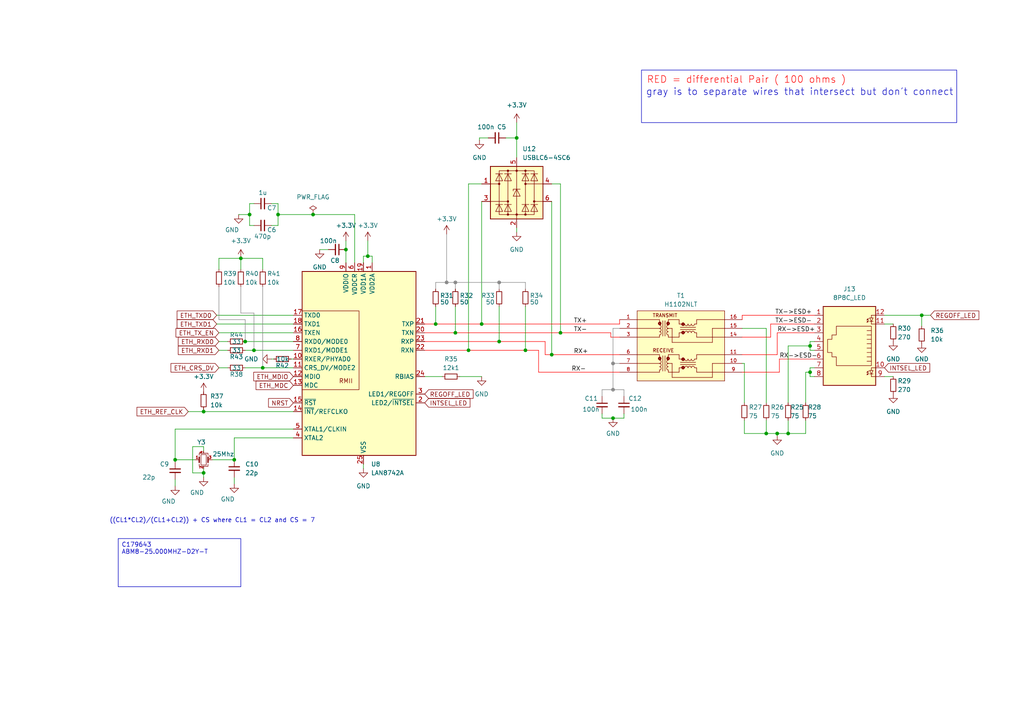
<source format=kicad_sch>
(kicad_sch (version 20230121) (generator eeschema)
  (paper "A4")
  (lib_symbols
    (symbol "Connector:8P8C_LED" (pin_names (offset 1.016))
      (property "Reference" "J" (at -5.08 13.97 0))
      (property "Value" "8P8C_LED" (at 1.27 13.97 0))
      (symbol "8P8C_LED_0_1"
        (polyline (pts (xy -7.62 -7.62) (xy -6.35 -7.62)))
        (polyline (pts (xy -7.62 -5.08) (xy -6.35 -5.08)))
        (polyline (pts (xy -7.62 7.62) (xy -6.35 7.62)))
        (polyline (pts (xy -7.62 10.16) (xy -6.35 10.16)))
        (polyline (pts (xy -6.858 -5.842) (xy -5.842 -5.842)))
        (polyline (pts (xy -6.858 9.398) (xy -5.842 9.398)))
        (polyline (pts (xy -6.35 -7.62) (xy -6.35 -6.858)))
        (polyline (pts (xy -6.35 -5.08) (xy -6.35 -5.842)))
        (polyline (pts (xy -6.35 7.62) (xy -6.35 8.382)))
        (polyline (pts (xy -6.35 10.16) (xy -6.35 9.398)))
        (polyline (pts (xy -5.08 -6.223) (xy -5.207 -6.604)))
        (polyline (pts (xy -5.08 -5.588) (xy -5.207 -5.969)))
        (polyline (pts (xy -5.08 4.445) (xy -6.35 4.445)))
        (polyline (pts (xy -5.08 5.715) (xy -6.35 5.715)))
        (polyline (pts (xy -5.08 9.017) (xy -5.207 8.636)))
        (polyline (pts (xy -5.08 9.652) (xy -5.207 9.271)))
        (polyline (pts (xy -6.35 -3.175) (xy -5.08 -3.175) (xy -5.08 -3.175)))
        (polyline (pts (xy -6.35 -1.905) (xy -5.08 -1.905) (xy -5.08 -1.905)))
        (polyline (pts (xy -6.35 -0.635) (xy -5.08 -0.635) (xy -5.08 -0.635)))
        (polyline (pts (xy -6.35 0.635) (xy -5.08 0.635) (xy -5.08 0.635)))
        (polyline (pts (xy -6.35 1.905) (xy -5.08 1.905) (xy -5.08 1.905)))
        (polyline (pts (xy -5.588 -6.731) (xy -5.08 -6.223) (xy -5.461 -6.35)))
        (polyline (pts (xy -5.588 -6.096) (xy -5.08 -5.588) (xy -5.461 -5.715)))
        (polyline (pts (xy -5.588 8.509) (xy -5.08 9.017) (xy -5.461 8.89)))
        (polyline (pts (xy -5.588 9.144) (xy -5.08 9.652) (xy -5.461 9.525)))
        (polyline (pts (xy -5.08 3.175) (xy -6.35 3.175) (xy -6.35 3.175)))
        (polyline (pts (xy -6.35 -5.842) (xy -6.858 -6.858) (xy -5.842 -6.858) (xy -6.35 -5.842)))
        (polyline (pts (xy -6.35 9.398) (xy -6.858 8.382) (xy -5.842 8.382) (xy -6.35 9.398)))
        (polyline (pts (xy -6.35 -4.445) (xy -6.35 6.985) (xy 3.81 6.985) (xy 3.81 4.445) (xy 5.08 4.445) (xy 5.08 3.175) (xy 6.35 3.175) (xy 6.35 -0.635) (xy 5.08 -0.635) (xy 5.08 -1.905) (xy 3.81 -1.905) (xy 3.81 -4.445) (xy -6.35 -4.445) (xy -6.35 -4.445)))
        (rectangle (start 7.62 12.7) (end -7.62 -10.16) (stroke (width 0.254)) (fill (type background)))
      )
      (symbol "8P8C_LED_1_1"
        (pin passive line (at 10.16 -7.62 180) (length 2.54) (name "~") (number "1"))
        (pin passive line (at -10.16 7.62 0) (length 2.54) (name "~") (number "10"))
        (pin passive line (at -10.16 -5.08 0) (length 2.54) (name "~") (number "11"))
        (pin passive line (at -10.16 -7.62 0) (length 2.54) (name "~") (number "12"))
        (pin passive line (at 10.16 -5.08 180) (length 2.54) (name "~") (number "2"))
        (pin passive line (at 10.16 -2.54 180) (length 2.54) (name "~") (number "3"))
        (pin passive line (at 10.16 0 180) (length 2.54) (name "~") (number "4"))
        (pin passive line (at 10.16 2.54 180) (length 2.54) (name "~") (number "5"))
        (pin passive line (at 10.16 5.08 180) (length 2.54) (name "~") (number "6"))
        (pin passive line (at 10.16 7.62 180) (length 2.54) (name "~") (number "7"))
        (pin passive line (at 10.16 10.16 180) (length 2.54) (name "~") (number "8"))
        (pin passive line (at -10.16 10.16 0) (length 2.54) (name "~") (number "9"))
      )
    )
    (symbol "Device:C_Small" (pin_numbers hide) (pin_names (offset 0.254) hide)
      (property "Reference" "C" (at 0.254 1.778 0))
      (property "Value" "C_Small" (at 0.254 -2.032 0))
      (symbol "C_Small_0_1"
        (polyline (pts (xy -1.524 -0.508) (xy 1.524 -0.508)) (stroke (width 0.3302)))
        (polyline (pts (xy -1.524 0.508) (xy 1.524 0.508)) (stroke (width 0.3048)))
      )
      (symbol "C_Small_1_1"
        (pin passive line (at 0 2.54 270) (length 2.032) (name "~") (number "1"))
        (pin passive line (at 0 -2.54 90) (length 2.032) (name "~") (number "2"))
      )
    )
    (symbol "Device:Crystal_GND24_Small" (pin_names (offset 1.016) hide)
      (property "Reference" "Y" (at 1.27 4.445 0))
      (property "Value" "Crystal_GND24_Small" (at 1.27 2.54 0))
      (symbol "Crystal_GND24_Small_0_1"
        (rectangle (start -0.762 -1.524) (end 0.762 1.524))
        (polyline (pts (xy -1.27 -0.762) (xy -1.27 0.762)) (stroke (width 0.381)))
        (polyline (pts (xy 1.27 -0.762) (xy 1.27 0.762)) (stroke (width 0.381)))
        (polyline (pts (xy -1.27 -1.27) (xy -1.27 -1.905) (xy 1.27 -1.905) (xy 1.27 -1.27)))
        (polyline (pts (xy -1.27 1.27) (xy -1.27 1.905) (xy 1.27 1.905) (xy 1.27 1.27)))
      )
      (symbol "Crystal_GND24_Small_1_1"
        (pin passive line (at -2.54 0 0) (length 1.27) (name "1") (number "1"))
        (pin passive line (at 0 -2.54 90) (length 0.635) (name "2") (number "2"))
        (pin passive line (at 2.54 0 180) (length 1.27) (name "3") (number "3"))
        (pin passive line (at 0 2.54 270) (length 0.635) (name "4") (number "4"))
      )
    )
    (symbol "Device:R_Small" (pin_numbers hide) (pin_names (offset 0.254) hide)
      (property "Reference" "R" (at 0.762 0.508 0))
      (property "Value" "R_Small" (at 0.762 -1.016 0))
      (symbol "R_Small_0_1"
        (rectangle (start -0.762 1.778) (end 0.762 -1.778) (stroke (width 0.2032)))
      )
      (symbol "R_Small_1_1"
        (pin passive line (at 0 2.54 270) (length 0.762) (name "~") (number "1"))
        (pin passive line (at 0 -2.54 90) (length 0.762) (name "~") (number "2"))
      )
    )
    (symbol "H1102NLT:H1102NLT" (pin_names (offset 1.016))
      (property "Reference" "T" (at -12.7096 10.4854 0))
      (property "Value" "H1102NLT" (at -12.8763 -12.2404 0))
      (symbol "H1102NLT_0_0"
        (rectangle (start -12.7 -10.16) (end 12.7 10.16) (stroke (width 0.1524)) (fill (type background)))
        (arc (start -6.1913 -6.985) (mid -5.7171 -6.5088) (end -6.1913 -6.0325) (stroke (width 0.1524)))
        (arc (start -6.1913 -6.0325) (mid -5.7171 -5.5563) (end -6.1913 -5.08) (stroke (width 0.1524)))
        (arc (start -6.1913 -5.08) (mid -5.7171 -4.6038) (end -6.1913 -4.1275) (stroke (width 0.1524)))
        (arc (start -6.1913 -4.1275) (mid -5.7171 -3.6513) (end -6.1913 -3.175) (stroke (width 0.1524)))
        (circle (center -6.1913 -3.6513) (radius 0.0762) (stroke (width 0.381)))
        (arc (start -6.1913 3.175) (mid -5.7171 3.6512) (end -6.1913 4.1275) (stroke (width 0.1524)))
        (arc (start -6.1913 4.1275) (mid -5.7171 4.6037) (end -6.1913 5.08) (stroke (width 0.1524)))
        (arc (start -6.1913 5.08) (mid -5.7171 5.5562) (end -6.1913 6.0325) (stroke (width 0.1524)))
        (arc (start -6.1913 6.0325) (mid -5.7171 6.5087) (end -6.1913 6.985) (stroke (width 0.1524)))
        (circle (center -6.1913 6.5088) (radius 0.0762) (stroke (width 0.381)))
        (arc (start -3.6513 -6.0325) (mid -4.1255 -6.5087) (end -3.6513 -6.985) (stroke (width 0.1524)))
        (arc (start -3.6513 -5.08) (mid -4.1255 -5.5562) (end -3.6513 -6.0325) (stroke (width 0.1524)))
        (arc (start -3.6513 -4.1275) (mid -4.1255 -4.6037) (end -3.6513 -5.08) (stroke (width 0.1524)))
        (circle (center -3.6513 -3.6513) (radius 0.0762) (stroke (width 0.381)))
        (arc (start -3.6513 -3.175) (mid -4.1255 -3.6512) (end -3.6513 -4.1275) (stroke (width 0.1524)))
        (arc (start -3.6513 4.1275) (mid -4.1255 3.6513) (end -3.6513 3.175) (stroke (width 0.1524)))
        (arc (start -3.6513 5.08) (mid -4.1255 4.6038) (end -3.6513 4.1275) (stroke (width 0.1524)))
        (arc (start -3.6513 6.0325) (mid -4.1255 5.5563) (end -3.6513 5.08) (stroke (width 0.1524)))
        (circle (center -3.6513 6.5088) (radius 0.0762) (stroke (width 0.381)))
        (arc (start -3.6513 6.985) (mid -4.1255 6.5088) (end -3.6513 6.0325) (stroke (width 0.1524)))
        (polyline (pts (xy -12.6365 -7.62) (xy -6.1913 -7.62)) (stroke (width 0.1524)))
        (polyline (pts (xy -12.6365 -5.08) (xy -6.1913 -5.08)) (stroke (width 0.1524)))
        (polyline (pts (xy -12.6365 -2.54) (xy -6.1913 -2.54)) (stroke (width 0.1524)))
        (polyline (pts (xy -12.6365 2.54) (xy -6.1913 2.54)) (stroke (width 0.1524)))
        (polyline (pts (xy -12.6365 5.08) (xy -6.1913 5.08)) (stroke (width 0.1524)))
        (polyline (pts (xy -12.6365 7.62) (xy -6.1913 7.62)) (stroke (width 0.1524)))
        (polyline (pts (xy -6.1913 -7.62) (xy -6.1913 -6.985)) (stroke (width 0.1524)))
        (polyline (pts (xy -6.1913 -2.54) (xy -6.1913 -3.175)) (stroke (width 0.1524)))
        (polyline (pts (xy -6.1913 2.54) (xy -6.1913 3.175)) (stroke (width 0.1524)))
        (polyline (pts (xy -6.1913 7.62) (xy -6.1913 6.985)) (stroke (width 0.1524)))
        (polyline (pts (xy -5.2387 -2.8575) (xy -5.2387 -7.3025)) (stroke (width 0.1524)))
        (polyline (pts (xy -5.2387 7.3025) (xy -5.2387 2.8575)) (stroke (width 0.1524)))
        (polyline (pts (xy -4.6038 -2.8575) (xy -4.6038 -7.3025)) (stroke (width 0.1524)))
        (polyline (pts (xy -4.6038 7.3025) (xy -4.6038 2.8575)) (stroke (width 0.1524)))
        (polyline (pts (xy -3.81 -5.08) (xy -2.54 -5.08)) (stroke (width 0.1524)))
        (polyline (pts (xy -3.81 5.08) (xy -2.54 5.08)) (stroke (width 0.1524)))
        (polyline (pts (xy -3.6513 -7.62) (xy -3.6513 -6.985)) (stroke (width 0.1524)))
        (polyline (pts (xy -3.6513 -2.54) (xy -3.6513 -3.175)) (stroke (width 0.1524)))
        (polyline (pts (xy -3.6513 2.54) (xy -3.6513 3.175)) (stroke (width 0.1524)))
        (polyline (pts (xy -3.6513 7.62) (xy -3.6513 6.985)) (stroke (width 0.1524)))
        (polyline (pts (xy -2.54 -9.144) (xy 9.144 -9.144)) (stroke (width 0.1524)))
        (polyline (pts (xy -2.54 -5.08) (xy -2.54 -9.144)) (stroke (width 0.1524)))
        (polyline (pts (xy -2.54 1.016) (xy 9.144 1.016)) (stroke (width 0.1524)))
        (polyline (pts (xy -2.54 5.08) (xy -2.54 1.016)) (stroke (width 0.1524)))
        (polyline (pts (xy -0.508 -7.62) (xy -3.6513 -7.62)) (stroke (width 0.1524)))
        (polyline (pts (xy -0.508 -6.35) (xy -0.508 -7.62)) (stroke (width 0.1524)))
        (polyline (pts (xy -0.508 -6.35) (xy 0.1588 -6.35)) (stroke (width 0.1524)))
        (polyline (pts (xy -0.508 -3.81) (xy -0.508 -2.54)) (stroke (width 0.1524)))
        (polyline (pts (xy -0.508 -2.54) (xy -3.6513 -2.54)) (stroke (width 0.1524)))
        (polyline (pts (xy -0.508 2.54) (xy -3.6513 2.54)) (stroke (width 0.1524)))
        (polyline (pts (xy -0.508 3.81) (xy -0.508 2.54)) (stroke (width 0.1524)))
        (polyline (pts (xy -0.508 3.81) (xy 0.1588 3.81)) (stroke (width 0.1524)))
        (polyline (pts (xy -0.508 6.35) (xy -0.508 7.62)) (stroke (width 0.1524)))
        (polyline (pts (xy -0.508 7.62) (xy -3.6513 7.62)) (stroke (width 0.1524)))
        (polyline (pts (xy -0.1588 -5.3975) (xy 4.2863 -5.3975)) (stroke (width 0.1524)))
        (polyline (pts (xy -0.1588 -4.7625) (xy 4.2863 -4.7625)) (stroke (width 0.1524)))
        (polyline (pts (xy -0.1588 4.7625) (xy 4.2863 4.7625)) (stroke (width 0.1524)))
        (polyline (pts (xy -0.1588 5.3975) (xy 4.2863 5.3975)) (stroke (width 0.1524)))
        (polyline (pts (xy 0.1588 -3.81) (xy -0.508 -3.81)) (stroke (width 0.1524)))
        (polyline (pts (xy 0.1588 6.35) (xy -0.508 6.35)) (stroke (width 0.1524)))
        (polyline (pts (xy 4.572 -7.62) (xy 4.572 -6.35)) (stroke (width 0.1524)))
        (polyline (pts (xy 4.572 -6.35) (xy 3.9688 -6.35)) (stroke (width 0.1524)))
        (polyline (pts (xy 4.572 -3.81) (xy 3.9688 -3.81)) (stroke (width 0.1524)))
        (polyline (pts (xy 4.572 -3.81) (xy 4.572 -2.54)) (stroke (width 0.1524)))
        (polyline (pts (xy 4.572 2.54) (xy 4.572 3.81)) (stroke (width 0.1524)))
        (polyline (pts (xy 4.572 3.81) (xy 3.9688 3.81)) (stroke (width 0.1524)))
        (polyline (pts (xy 4.572 6.35) (xy 3.9688 6.35)) (stroke (width 0.1524)))
        (polyline (pts (xy 4.572 6.35) (xy 4.572 7.62)) (stroke (width 0.1524)))
        (polyline (pts (xy 9.144 -9.144) (xy 9.144 -5.08)) (stroke (width 0.1524)))
        (polyline (pts (xy 9.144 -5.08) (xy 12.7 -5.08)) (stroke (width 0.1524)))
        (polyline (pts (xy 9.144 1.016) (xy 9.144 5.08)) (stroke (width 0.1524)))
        (polyline (pts (xy 9.144 5.08) (xy 12.7 5.08)) (stroke (width 0.1524)))
        (polyline (pts (xy 12.7 -7.62) (xy 4.572 -7.62)) (stroke (width 0.1524)))
        (polyline (pts (xy 12.7 -2.54) (xy 4.572 -2.54)) (stroke (width 0.1524)))
        (polyline (pts (xy 12.7 2.54) (xy 4.572 2.54)) (stroke (width 0.1524)))
        (polyline (pts (xy 12.7 7.62) (xy 4.572 7.62)) (stroke (width 0.1524)))
        (arc (start 0.1588 -3.81) (mid 0.635 -4.2842) (end 1.1113 -3.81) (stroke (width 0.1524)))
        (arc (start 0.1588 6.35) (mid 0.635 5.8758) (end 1.1113 6.35) (stroke (width 0.1524)))
        (circle (center 0.635 -6.35) (radius 0.0762) (stroke (width 0.381)))
        (circle (center 0.635 -3.81) (radius 0.0762) (stroke (width 0.381)))
        (circle (center 0.635 3.81) (radius 0.0762) (stroke (width 0.381)))
        (circle (center 0.635 6.35) (radius 0.0762) (stroke (width 0.381)))
        (arc (start 1.1113 -6.35) (mid 0.6351 -5.8758) (end 0.1588 -6.35) (stroke (width 0.1524)))
        (arc (start 1.1113 -3.81) (mid 1.5875 -4.2842) (end 2.0638 -3.81) (stroke (width 0.1524)))
        (arc (start 1.1113 3.81) (mid 0.6351 4.2842) (end 0.1588 3.81) (stroke (width 0.1524)))
        (arc (start 1.1113 6.35) (mid 1.5875 5.8758) (end 2.0638 6.35) (stroke (width 0.1524)))
        (arc (start 2.0638 -6.35) (mid 1.5876 -5.8758) (end 1.1113 -6.35) (stroke (width 0.1524)))
        (arc (start 2.0638 -3.81) (mid 2.54 -4.2842) (end 3.0163 -3.81) (stroke (width 0.1524)))
        (arc (start 2.0638 3.81) (mid 1.5876 4.2842) (end 1.1113 3.81) (stroke (width 0.1524)))
        (arc (start 2.0638 6.35) (mid 2.54 5.8758) (end 3.0163 6.35) (stroke (width 0.1524)))
        (arc (start 3.0163 -6.35) (mid 2.5401 -5.8758) (end 2.0638 -6.35) (stroke (width 0.1524)))
        (arc (start 3.0163 -3.81) (mid 3.4925 -4.2842) (end 3.9688 -3.81) (stroke (width 0.1524)))
        (arc (start 3.0163 3.81) (mid 2.5401 4.2842) (end 2.0638 3.81) (stroke (width 0.1524)))
        (arc (start 3.0163 6.35) (mid 3.4925 5.8758) (end 3.9688 6.35) (stroke (width 0.1524)))
        (arc (start 3.9688 -6.35) (mid 3.4926 -5.8758) (end 3.0163 -6.35) (stroke (width 0.1524)))
        (arc (start 3.9688 3.81) (mid 3.4926 4.2842) (end 3.0163 3.81) (stroke (width 0.1524)))
        (text "RECEIVE" (at -8.2696 -1.9084 0) (effects (font (size 1.0178 1.0178)) (justify left bottom)))
        (text "TRANSMIT" (at -8.2613 8.2613 0) (effects (font (size 1.0168 1.0168)) (justify left bottom)))
        (pin passive line (at -17.78 7.62 0) (length 5.08) (name "~") (number "1"))
        (pin passive line (at 17.78 -5.08 180) (length 5.08) (name "~") (number "10"))
        (pin passive line (at 17.78 -2.54 180) (length 5.08) (name "~") (number "11"))
        (pin passive line (at 17.78 2.54 180) (length 5.08) (name "~") (number "14"))
        (pin passive line (at 17.78 5.08 180) (length 5.08) (name "~") (number "15"))
        (pin passive line (at 17.78 7.62 180) (length 5.08) (name "~") (number "16"))
        (pin passive line (at -17.78 5.08 0) (length 5.08) (name "~") (number "2"))
        (pin passive line (at -17.78 2.54 0) (length 5.08) (name "~") (number "3"))
        (pin passive line (at -17.78 -2.54 0) (length 5.08) (name "~") (number "6"))
        (pin passive line (at -17.78 -5.08 0) (length 5.08) (name "~") (number "7"))
        (pin passive line (at -17.78 -7.62 0) (length 5.08) (name "~") (number "8"))
        (pin passive line (at 17.78 -7.62 180) (length 5.08) (name "~") (number "9"))
      )
    )
    (symbol "Interface_Ethernet:LAN8742A"
      (property "Reference" "U" (at -13.97 29.21 0))
      (property "Value" "LAN8742A" (at 15.24 29.21 0))
      (symbol "LAN8742A_0_0"
        (text "RMII" (at -5.08 -3.81 0) (effects (font (size 1.27 1.27))))
      )
      (symbol "LAN8742A_0_1"
        (rectangle (start -17.78 27.94) (end 15.24 -25.4) (stroke (width 0.254)) (fill (type background)))
        (polyline (pts (xy -17.78 -6.35) (xy -1.27 -6.35) (xy -1.27 16.51) (xy -17.78 16.51)))
      )
      (symbol "LAN8742A_1_1"
        (pin power_in line (at 2.54 30.48 270) (length 2.54) (name "VDD2A") (number "1"))
        (pin output line (at -20.32 2.54 0) (length 2.54) (name "RXER/PHYAD0") (number "10"))
        (pin bidirectional line (at -20.32 0 0) (length 2.54) (name "CRS_DV/MODE2") (number "11"))
        (pin bidirectional line (at -20.32 -2.54 0) (length 2.54) (name "MDIO") (number "12"))
        (pin input line (at -20.32 -5.08 0) (length 2.54) (name "MDC") (number "13"))
        (pin output line (at -20.32 -12.7 0) (length 2.54) (name "~{INT}/REFCLKO") (number "14"))
        (pin input line (at -20.32 -10.16 0) (length 2.54) (name "~{RST}") (number "15"))
        (pin input line (at -20.32 10.16 0) (length 2.54) (name "TXEN") (number "16"))
        (pin input line (at -20.32 15.24 0) (length 2.54) (name "TXD0") (number "17"))
        (pin input line (at -20.32 12.7 0) (length 2.54) (name "TXD1") (number "18"))
        (pin power_in line (at 0 30.48 270) (length 2.54) (name "VDD1A") (number "19"))
        (pin bidirectional line (at 17.78 -10.16 180) (length 2.54) (name "LED2/~{INTSEL}") (number "2"))
        (pin passive line (at 17.78 10.16 180) (length 2.54) (name "TXN") (number "20"))
        (pin passive line (at 17.78 12.7 180) (length 2.54) (name "TXP") (number "21"))
        (pin passive line (at 17.78 5.08 180) (length 2.54) (name "RXN") (number "22"))
        (pin passive line (at 17.78 7.62 180) (length 2.54) (name "RXP") (number "23"))
        (pin passive line (at 17.78 -2.54 180) (length 2.54) (name "RBIAS") (number "24"))
        (pin power_in line (at 0 -27.94 90) (length 2.54) (name "VSS") (number "25"))
        (pin bidirectional line (at 17.78 -7.62 180) (length 2.54) (name "LED1/REGOFF") (number "3"))
        (pin output line (at -20.32 -20.32 0) (length 2.54) (name "XTAL2") (number "4"))
        (pin input line (at -20.32 -17.78 0) (length 2.54) (name "XTAL1/CLKIN") (number "5"))
        (pin power_in line (at -2.54 30.48 270) (length 2.54) (name "VDDCR") (number "6"))
        (pin bidirectional line (at -20.32 5.08 0) (length 2.54) (name "RXD1/MODE1") (number "7"))
        (pin bidirectional line (at -20.32 7.62 0) (length 2.54) (name "RXD0/MODE0") (number "8"))
        (pin power_in line (at -5.08 30.48 270) (length 2.54) (name "VDDIO") (number "9"))
      )
    )
    (symbol "Power_Protection:USBLC6-4SC6" (pin_names hide)
      (property "Reference" "U" (at 2.54 8.89 0))
      (property "Value" "USBLC6-4SC6" (at 2.54 -8.89 0))
      (symbol "USBLC6-4SC6_0_1"
        (rectangle (start -7.62 -7.62) (end 7.62 7.62) (stroke (width 0.254)) (fill (type background)))
        (circle (center -5.08 2.54) (radius 0.254) (fill (type outline)))
        (circle (center -2.54 -6.35) (radius 0.254) (fill (type outline)))
        (circle (center -2.54 -2.54) (radius 0.254) (fill (type outline)))
        (circle (center -2.54 6.35) (radius 0.254) (fill (type outline)))
        (rectangle (start -2.54 6.35) (end 2.54 -6.35))
        (circle (center 0 -6.35) (radius 0.254) (fill (type outline)))
        (polyline (pts (xy -5.08 2.54) (xy -7.62 2.54)))
        (polyline (pts (xy -4.064 -3.429) (xy -6.096 -3.429)))
        (polyline (pts (xy -4.064 5.461) (xy -6.096 5.461)))
        (polyline (pts (xy -2.54 -2.54) (xy -7.62 -2.54)))
        (polyline (pts (xy -1.524 -3.429) (xy -3.556 -3.429)))
        (polyline (pts (xy -1.524 5.461) (xy -3.556 5.461)))
        (polyline (pts (xy 0 -7.62) (xy 0 -6.35)))
        (polyline (pts (xy 0 -6.35) (xy 0 1.27)))
        (polyline (pts (xy 0 1.27) (xy 0 6.35)))
        (polyline (pts (xy 0 6.35) (xy 0 7.62)))
        (polyline (pts (xy 1.524 -3.429) (xy 3.556 -3.429)))
        (polyline (pts (xy 1.524 5.461) (xy 3.556 5.461)))
        (polyline (pts (xy 2.54 2.54) (xy 7.62 2.54)))
        (polyline (pts (xy 4.064 -3.429) (xy 6.096 -3.429)))
        (polyline (pts (xy 4.064 5.461) (xy 6.096 5.461)))
        (polyline (pts (xy 5.08 -2.54) (xy 7.62 -2.54)))
        (polyline (pts (xy -6.096 -5.461) (xy -4.064 -5.461) (xy -5.08 -3.429) (xy -6.096 -5.461)))
        (polyline (pts (xy -6.096 3.429) (xy -4.064 3.429) (xy -5.08 5.461) (xy -6.096 3.429)))
        (polyline (pts (xy -3.556 -5.461) (xy -1.524 -5.461) (xy -2.54 -3.429) (xy -3.556 -5.461)))
        (polyline (pts (xy -3.556 3.429) (xy -1.524 3.429) (xy -2.54 5.461) (xy -3.556 3.429)))
        (polyline (pts (xy -2.54 6.35) (xy -5.08 6.35) (xy -5.08 -6.35) (xy -2.54 -6.35)))
        (polyline (pts (xy -1.016 -1.016) (xy 1.016 -1.016) (xy 0 1.016) (xy -1.016 -1.016)))
        (polyline (pts (xy 1.016 1.016) (xy 0.762 1.016) (xy -1.016 1.016) (xy -1.016 0.508)))
        (polyline (pts (xy 2.54 6.35) (xy 5.08 6.35) (xy 5.08 -6.35) (xy 2.54 -6.35)))
        (polyline (pts (xy 3.556 -5.461) (xy 1.524 -5.461) (xy 2.54 -3.429) (xy 3.556 -5.461)))
        (polyline (pts (xy 3.556 3.429) (xy 1.524 3.429) (xy 2.54 5.461) (xy 3.556 3.429)))
        (polyline (pts (xy 6.096 -5.461) (xy 4.064 -5.461) (xy 5.08 -3.429) (xy 6.096 -5.461)))
        (polyline (pts (xy 6.096 3.429) (xy 4.064 3.429) (xy 5.08 5.461) (xy 6.096 3.429)))
        (circle (center 0 6.35) (radius 0.254) (fill (type outline)))
        (circle (center 2.54 -6.35) (radius 0.254) (fill (type outline)))
        (circle (center 2.54 2.54) (radius 0.254) (fill (type outline)))
        (circle (center 2.54 6.35) (radius 0.254) (fill (type outline)))
        (circle (center 5.08 -2.54) (radius 0.254) (fill (type outline)))
      )
      (symbol "USBLC6-4SC6_1_1"
        (pin passive line (at -10.16 2.54 0) (length 2.54) (name "I/O1") (number "1"))
        (pin passive line (at 0 -10.16 90) (length 2.54) (name "GND") (number "2"))
        (pin passive line (at -10.16 -2.54 0) (length 2.54) (name "I/O2") (number "3"))
        (pin passive line (at 10.16 2.54 180) (length 2.54) (name "I/O3") (number "4"))
        (pin passive line (at 0 10.16 270) (length 2.54) (name "VBUS") (number "5"))
        (pin passive line (at 10.16 -2.54 180) (length 2.54) (name "I/O4") (number "6"))
      )
    )
    (symbol "power:+3.3V" (power) (pin_names (offset 0))
      (property "Value" "+3.3V" (at 0 3.556 0))
      (symbol "+3.3V_0_1"
        (polyline (pts (xy -0.762 1.27) (xy 0 2.54)))
        (polyline (pts (xy 0 0) (xy 0 2.54)))
        (polyline (pts (xy 0 2.54) (xy 0.762 1.27)))
      )
      (symbol "+3.3V_1_1"
        (pin power_in line (at 0 0 90) (length 0) hide (name "+3.3V") (number "1"))
      )
    )
    (symbol "power:GND" (power) (pin_names (offset 0))
      (property "Value" "GND" (at 0 -3.81 0))
      (symbol "GND_0_1"
        (polyline (pts (xy 0 0) (xy 0 -1.27) (xy 1.27 -1.27) (xy 0 -2.54) (xy -1.27 -1.27) (xy 0 -1.27)))
      )
      (symbol "GND_1_1"
        (pin power_in line (at 0 0 270) (length 0) hide (name "GND") (number "1"))
      )
    )
    (symbol "power:PWR_FLAG" (power) (pin_numbers hide) (pin_names (offset 0) hide)
      (property "Value" "PWR_FLAG" (at 0 3.81 0))
      (symbol "PWR_FLAG_0_0"
        (pin power_out line (at 0 0 90) (length 0) (name "pwr") (number "1"))
      )
      (symbol "PWR_FLAG_0_1"
        (polyline (pts (xy 0 0) (xy 0 1.27) (xy -1.016 1.905) (xy 0 2.54) (xy 1.016 1.905) (xy 0 1.27)))
      )
    )
  )
  (junction (at 177.8 121.285))
  (junction (at 106.68 74.295))
  (junction (at 90.805 62.23))
  (junction (at 139.7 93.98))
  (junction (at 267.335 91.44))
  (junction (at 234.95 100.33))
  (junction (at 129.54 81.915) (color 132 132 132 1))
  (junction (at 144.78 81.915) (color 132 132 132 1))
  (junction (at 59.055 119.38))
  (junction (at 80.645 62.23))
  (junction (at 126.365 93.98))
  (junction (at 71.12 99.06))
  (junction (at 225.425 125.73))
  (junction (at 144.78 99.06))
  (junction (at 100.33 72.39))
  (junction (at 69.85 74.93))
  (junction (at 59.055 137.16))
  (junction (at 132.08 96.52))
  (junction (at 177.8 113.03) (color 132 132 132 1))
  (junction (at 228.6 125.73))
  (junction (at 72.39 62.23))
  (junction (at 162.56 96.52))
  (junction (at 149.86 40.005))
  (junction (at 50.8 133.35))
  (junction (at 234.95 107.95))
  (junction (at 135.89 101.6))
  (junction (at 222.25 125.73))
  (junction (at 76.2 106.68))
  (junction (at 152.4 101.6))
  (junction (at 73.66 101.6))
  (junction (at 160.02 102.87))
  (junction (at 177.8 105.41) (color 132 132 132 1))
  (junction (at 67.945 133.35))
  (junction (at 132.08 81.915) (color 132 132 132 1))
  (wire (pts (xy 61.595 133.35) (xy 67.945 133.35)))
  (wire (pts (xy 156.21 101.6) (xy 152.4 101.6)) (stroke (width 0) (color 255 0 0 1)))
  (wire (pts (xy 50.8 133.35) (xy 50.8 124.46)))
  (wire (pts (xy 132.08 81.915) (xy 129.54 81.915)) (stroke (width 0) (color 132 132 132 1)))
  (wire (pts (xy 129.54 81.915) (xy 126.365 81.915)) (stroke (width 0) (color 132 132 132 1)))
  (wire (pts (xy 66.04 99.06) (xy 63.5 99.06)))
  (wire (pts (xy 158.115 102.87) (xy 158.115 99.06)) (stroke (width 0) (color 255 0 0 1)))
  (wire (pts (xy 179.705 95.25) (xy 177.8 95.25)) (stroke (width 0) (color 132 132 132 1)))
  (wire (pts (xy 123.19 96.52) (xy 132.08 96.52)) (stroke (width 0) (color 255 0 0 1)))
  (wire (pts (xy 71.12 99.06) (xy 85.09 99.06)))
  (wire (pts (xy 215.265 95.25) (xy 222.25 95.25)))
  (wire (pts (xy 63.5 78.105) (xy 63.5 74.93)))
  (wire (pts (xy 90.805 62.23) (xy 102.87 62.23)))
  (wire (pts (xy 55.88 129.54) (xy 55.88 137.16)))
  (wire (pts (xy 139.7 53.34) (xy 135.89 53.34)))
  (wire (pts (xy 59.055 118.745) (xy 59.055 119.38)))
  (wire (pts (xy 226.06 104.14) (xy 226.06 107.95)) (stroke (width 0) (color 255 0 0 1)))
  (wire (pts (xy 236.22 106.68) (xy 234.95 106.68)))
  (wire (pts (xy 215.9 121.92) (xy 215.9 125.73)))
  (wire (pts (xy 152.4 83.82) (xy 152.4 81.915)) (stroke (width 0) (color 132 132 132 1)))
  (wire (pts (xy 126.365 93.98) (xy 139.7 93.98)) (stroke (width 0) (color 255 0 0 1)))
  (wire (pts (xy 226.06 104.14) (xy 236.22 104.14)) (stroke (width 0) (color 255 0 0 1)))
  (wire (pts (xy 223.52 97.79) (xy 215.265 97.79)) (stroke (width 0) (color 255 0 0 1)))
  (wire (pts (xy 71.12 106.68) (xy 76.2 106.68)))
  (wire (pts (xy 177.8 95.25) (xy 177.8 105.41)) (stroke (width 0) (color 132 132 132 1)))
  (wire (pts (xy 233.68 107.95) (xy 233.68 116.84)))
  (wire (pts (xy 152.4 101.6) (xy 135.89 101.6)) (stroke (width 0) (color 255 0 0 1)))
  (wire (pts (xy 139.7 109.22) (xy 133.35 109.22)))
  (wire (pts (xy 63.5 96.52) (xy 85.09 96.52)))
  (wire (pts (xy 256.54 91.44) (xy 267.335 91.44)))
  (wire (pts (xy 139.065 40.005) (xy 139.065 40.64)))
  (wire (pts (xy 59.055 130.81) (xy 59.055 129.54)))
  (wire (pts (xy 225.425 102.87) (xy 215.265 102.87)) (stroke (width 0) (color 255 0 0 1)))
  (wire (pts (xy 73.66 65.405) (xy 72.39 65.405)))
  (wire (pts (xy 225.425 96.52) (xy 225.425 102.87)) (stroke (width 0) (color 255 0 0 1)))
  (wire (pts (xy 179.705 97.79) (xy 177.165 97.79)) (stroke (width 0) (color 255 0 0 1)))
  (wire (pts (xy 106.68 74.295) (xy 107.95 74.295)))
  (wire (pts (xy 174.625 120.015) (xy 174.625 121.285)))
  (wire (pts (xy 158.115 102.87) (xy 160.02 102.87)) (stroke (width 0) (color 255 0 0 1)))
  (wire (pts (xy 141.605 40.005) (xy 139.065 40.005)))
  (wire (pts (xy 146.685 40.005) (xy 149.86 40.005)))
  (wire (pts (xy 180.975 121.285) (xy 180.975 120.015)))
  (wire (pts (xy 215.9 105.41) (xy 215.265 105.41)))
  (wire (pts (xy 78.74 59.055) (xy 80.645 59.055)))
  (wire (pts (xy 180.975 113.03) (xy 180.975 114.935)) (stroke (width 0) (color 132 132 132 1)))
  (wire (pts (xy 73.66 59.055) (xy 72.39 59.055)))
  (wire (pts (xy 62.865 93.98) (xy 85.09 93.98)))
  (wire (pts (xy 80.645 62.23) (xy 80.645 65.405)))
  (wire (pts (xy 72.39 62.23) (xy 72.39 65.405)))
  (wire (pts (xy 225.425 125.73) (xy 228.6 125.73)))
  (wire (pts (xy 105.41 76.2) (xy 105.41 74.295)))
  (wire (pts (xy 215.9 116.84) (xy 215.9 105.41)))
  (wire (pts (xy 236.22 99.06) (xy 234.95 99.06)))
  (wire (pts (xy 80.645 59.055) (xy 80.645 62.23)))
  (wire (pts (xy 234.95 106.68) (xy 234.95 107.95)))
  (wire (pts (xy 54.61 119.38) (xy 59.055 119.38)))
  (wire (pts (xy 62.865 91.44) (xy 85.09 91.44)))
  (wire (pts (xy 234.95 107.95) (xy 233.68 107.95)))
  (wire (pts (xy 126.365 88.9) (xy 126.365 93.98)))
  (wire (pts (xy 123.19 93.98) (xy 126.365 93.98)) (stroke (width 0) (color 255 0 0 1)))
  (wire (pts (xy 63.5 101.6) (xy 66.04 101.6)))
  (wire (pts (xy 177.8 105.41) (xy 177.8 113.03)) (stroke (width 0) (color 132 132 132 1)))
  (wire (pts (xy 106.68 69.85) (xy 106.68 74.295)))
  (wire (pts (xy 59.055 129.54) (xy 55.88 129.54)))
  (wire (pts (xy 76.2 74.93) (xy 69.85 74.93)))
  (wire (pts (xy 55.88 137.16) (xy 59.055 137.16)))
  (wire (pts (xy 67.945 127) (xy 85.09 127)))
  (wire (pts (xy 233.68 125.73) (xy 233.68 121.92)))
  (wire (pts (xy 256.54 93.98) (xy 259.08 93.98)))
  (wire (pts (xy 126.365 81.915) (xy 126.365 83.82)) (stroke (width 0) (color 132 132 132 1)))
  (wire (pts (xy 67.945 133.35) (xy 67.945 127)))
  (wire (pts (xy 69.85 83.185) (xy 69.85 90.805)) (stroke (width 0) (color 132 132 132 1)))
  (wire (pts (xy 132.08 88.9) (xy 132.08 96.52)))
  (wire (pts (xy 234.95 101.6) (xy 236.22 101.6)))
  (wire (pts (xy 132.08 81.915) (xy 144.78 81.915)) (stroke (width 0) (color 132 132 132 1)))
  (wire (pts (xy 228.6 125.73) (xy 233.68 125.73)))
  (wire (pts (xy 105.41 74.295) (xy 106.68 74.295)))
  (wire (pts (xy 59.055 137.16) (xy 59.055 138.43)))
  (wire (pts (xy 67.945 140.335) (xy 67.945 138.43)))
  (wire (pts (xy 234.95 109.22) (xy 236.22 109.22)))
  (wire (pts (xy 72.39 59.055) (xy 72.39 62.23)))
  (wire (pts (xy 156.21 107.95) (xy 156.21 101.6)) (stroke (width 0) (color 255 0 0 1)))
  (wire (pts (xy 215.9 125.73) (xy 222.25 125.73)))
  (wire (pts (xy 139.7 58.42) (xy 139.7 93.98)))
  (wire (pts (xy 222.25 121.92) (xy 222.25 125.73)))
  (wire (pts (xy 76.2 78.105) (xy 76.2 74.93)))
  (wire (pts (xy 69.85 90.805) (xy 73.66 90.805)) (stroke (width 0) (color 132 132 132 1)))
  (wire (pts (xy 160.02 53.34) (xy 162.56 53.34)))
  (wire (pts (xy 63.5 106.68) (xy 66.04 106.68)))
  (wire (pts (xy 107.95 74.295) (xy 107.95 76.2)))
  (wire (pts (xy 225.425 126.365) (xy 225.425 125.73)))
  (wire (pts (xy 73.66 101.6) (xy 85.09 101.6)))
  (wire (pts (xy 162.56 53.34) (xy 162.56 96.52)))
  (wire (pts (xy 59.055 119.38) (xy 85.09 119.38)))
  (wire (pts (xy 234.95 99.06) (xy 234.95 100.33)))
  (wire (pts (xy 135.89 101.6) (xy 123.19 101.6)) (stroke (width 0) (color 255 0 0 1)))
  (wire (pts (xy 215.265 91.44) (xy 236.22 91.44)) (stroke (width 0) (color 255 0 0 1)))
  (wire (pts (xy 267.335 94.615) (xy 267.335 91.44)))
  (wire (pts (xy 105.41 135.89) (xy 105.41 134.62)))
  (wire (pts (xy 177.8 113.03) (xy 180.975 113.03)) (stroke (width 0) (color 132 132 132 1)))
  (wire (pts (xy 174.625 121.285) (xy 177.8 121.285)))
  (wire (pts (xy 226.06 107.95) (xy 215.265 107.95)) (stroke (width 0) (color 255 0 0 1)))
  (wire (pts (xy 222.25 125.73) (xy 225.425 125.73)))
  (wire (pts (xy 215.265 91.44) (xy 215.265 92.71)) (stroke (width 0) (color 255 0 0 1)))
  (wire (pts (xy 234.95 100.33) (xy 228.6 100.33)))
  (wire (pts (xy 50.8 140.97) (xy 50.8 139.065)))
  (wire (pts (xy 132.08 81.915) (xy 132.08 83.82)) (stroke (width 0) (color 132 132 132 1)))
  (wire (pts (xy 69.215 62.23) (xy 72.39 62.23)))
  (wire (pts (xy 80.645 62.23) (xy 90.805 62.23)))
  (wire (pts (xy 129.54 67.945) (xy 129.54 81.915)) (stroke (width 0) (color 132 132 132 1)))
  (wire (pts (xy 92.71 72.39) (xy 95.25 72.39)))
  (wire (pts (xy 84.455 104.14) (xy 85.09 104.14)))
  (wire (pts (xy 225.425 96.52) (xy 236.22 96.52)) (stroke (width 0) (color 255 0 0 1)))
  (wire (pts (xy 123.19 109.22) (xy 128.27 109.22)))
  (wire (pts (xy 63.5 83.185) (xy 63.5 92.71)) (stroke (width 0) (color 132 132 132 1)))
  (wire (pts (xy 144.78 99.06) (xy 158.115 99.06)) (stroke (width 0) (color 255 0 0 1)))
  (wire (pts (xy 177.8 121.285) (xy 180.975 121.285)))
  (wire (pts (xy 228.6 100.33) (xy 228.6 116.84)))
  (wire (pts (xy 234.95 107.95) (xy 234.95 109.22)))
  (wire (pts (xy 135.89 53.34) (xy 135.89 101.6)))
  (wire (pts (xy 73.66 90.805) (xy 73.66 101.6)) (stroke (width 0) (color 132 132 132 1)))
  (wire (pts (xy 160.02 102.87) (xy 179.705 102.87)) (stroke (width 0) (color 255 0 0 1)))
  (wire (pts (xy 160.02 58.42) (xy 160.02 102.87)))
  (wire (pts (xy 156.21 107.95) (xy 179.705 107.95)) (stroke (width 0) (color 255 0 0 1)))
  (wire (pts (xy 63.5 74.93) (xy 69.85 74.93)))
  (wire (pts (xy 222.25 95.25) (xy 222.25 116.84)))
  (wire (pts (xy 63.5 92.71) (xy 71.12 92.71)) (stroke (width 0) (color 132 132 132 1)))
  (wire (pts (xy 149.86 35.56) (xy 149.86 40.005)))
  (wire (pts (xy 174.625 113.03) (xy 177.8 113.03)) (stroke (width 0) (color 132 132 132 1)))
  (wire (pts (xy 256.54 109.22) (xy 259.08 109.22)))
  (wire (pts (xy 144.78 88.9) (xy 144.78 99.06)))
  (wire (pts (xy 177.165 97.79) (xy 177.165 96.52)) (stroke (width 0) (color 255 0 0 1)))
  (wire (pts (xy 139.7 93.98) (xy 179.705 93.98)) (stroke (width 0) (color 255 0 0 1)))
  (wire (pts (xy 174.625 114.935) (xy 174.625 113.03)) (stroke (width 0) (color 132 132 132 1)))
  (wire (pts (xy 144.78 81.915) (xy 144.78 83.82)) (stroke (width 0) (color 132 132 132 1)))
  (wire (pts (xy 149.86 40.005) (xy 149.86 45.72)))
  (wire (pts (xy 162.56 96.52) (xy 177.165 96.52)) (stroke (width 0) (color 255 0 0 1)))
  (wire (pts (xy 102.87 62.23) (xy 102.87 76.2)))
  (wire (pts (xy 100.33 69.85) (xy 100.33 72.39)))
  (wire (pts (xy 132.08 96.52) (xy 162.56 96.52)) (stroke (width 0) (color 255 0 0 1)))
  (wire (pts (xy 71.12 101.6) (xy 73.66 101.6)))
  (wire (pts (xy 234.95 100.33) (xy 234.95 101.6)))
  (wire (pts (xy 223.52 93.98) (xy 223.52 97.79)) (stroke (width 0) (color 255 0 0 1)))
  (wire (pts (xy 76.2 106.68) (xy 85.09 106.68)))
  (wire (pts (xy 71.12 92.71) (xy 71.12 99.06)) (stroke (width 0) (color 132 132 132 1)))
  (wire (pts (xy 149.86 67.31) (xy 149.86 66.04)))
  (wire (pts (xy 267.335 91.44) (xy 269.875 91.44)))
  (wire (pts (xy 80.645 65.405) (xy 78.74 65.405)))
  (wire (pts (xy 179.705 93.98) (xy 179.705 92.71)) (stroke (width 0) (color 255 0 0 1)))
  (wire (pts (xy 56.515 133.35) (xy 50.8 133.35)))
  (wire (pts (xy 69.85 74.93) (xy 69.85 78.105)))
  (wire (pts (xy 79.375 104.14) (xy 78.74 104.14)))
  (wire (pts (xy 76.2 83.185) (xy 76.2 106.68)) (stroke (width 0) (color 132 132 132 1)))
  (wire (pts (xy 223.52 93.98) (xy 236.22 93.98)) (stroke (width 0) (color 255 0 0 1)))
  (wire (pts (xy 123.19 99.06) (xy 144.78 99.06)) (stroke (width 0) (color 255 0 0 1)))
  (wire (pts (xy 144.78 81.915) (xy 152.4 81.915)) (stroke (width 0) (color 132 132 132 1)))
  (wire (pts (xy 100.33 72.39) (xy 100.33 76.2)))
  (wire (pts (xy 177.8 105.41) (xy 179.705 105.41)) (stroke (width 0) (color 132 132 132 1)))
  (wire (pts (xy 152.4 88.9) (xy 152.4 101.6)))
  (wire (pts (xy 50.8 124.46) (xy 85.09 124.46)))
  (wire (pts (xy 50.8 133.35) (xy 50.8 133.985)))
  (wire (pts (xy 59.055 137.16) (xy 59.055 135.89)))
  (wire (pts (xy 228.6 121.92) (xy 228.6 125.73)))
  (text_box "C179643 \nABM8-25.000MHZ-D2Y-T" (at 34.29 156.21 0) (size 35.56 13.97) (effects (font (size 1.27 1.27)) (justify left top)))
  (text_box "RED = differential Pair ( 100 ohms )\n" (at 186.055 20.32 0) (size 91.44 15.24) (effects (font (size 2 2)) (justify left top)))
  (text "gray is to separate wires that intersect but don't connect\n" (at 187.325 27.94 0) (effects (font (size 2 2)) (justify left bottom)))
  (text "((CL1*CL2)/(CL1+CL2)) + CS where CL1 = CL2 and CS = 7\n" (at 31.75 151.765 0) (effects (font (size 1.27 1.27)) (justify left bottom)))
  (label "RX->ESD+" (at 225.425 96.52 0))
  (label "RX-" (at 165.735 107.95 0))
  (label "TX->ESD+" (at 224.79 91.44 0))
  (label "RX+" (at 166.37 102.87 0))
  (label "RX->ESD-" (at 226.06 104.14 0))
  (label "TX->ESD-" (at 224.79 93.98 0))
  (label "TX-" (at 166.37 96.52 0))
  (label "TX+" (at 166.37 93.98 0))
  (global_label "INTSEL_LED" (shape input) (at 123.19 116.84 0) (property "Intersheetrefs" "${INTERSHEET_REFS}" (effects hide)))
  (global_label "ETH_RXD1" (shape input) (at 63.5 101.6 180) (property "Intersheetrefs" "${INTERSHEET_REFS}" (effects hide)))
  (global_label "NRST" (shape input) (at 85.09 116.84 180) (property "Intersheetrefs" "${INTERSHEET_REFS}" (effects hide)))
  (global_label "REGOFF_LED" (shape input) (at 269.875 91.44 0) (property "Intersheetrefs" "${INTERSHEET_REFS}" (effects hide)))
  (global_label "ETH_RXD0" (shape input) (at 63.5 99.06 180) (property "Intersheetrefs" "${INTERSHEET_REFS}" (effects hide)))
  (global_label "ETH_CRS_DV" (shape input) (at 63.5 106.68 180) (property "Intersheetrefs" "${INTERSHEET_REFS}" (effects hide)))
  (global_label "REGOFF_LED" (shape input) (at 123.19 114.3 0) (property "Intersheetrefs" "${INTERSHEET_REFS}" (effects hide)))
  (global_label "ETH_TX_EN" (shape input) (at 63.5 96.52 180) (property "Intersheetrefs" "${INTERSHEET_REFS}" (effects hide)))
  (global_label "ETH_TXD1" (shape input) (at 62.865 93.98 180) (property "Intersheetrefs" "${INTERSHEET_REFS}" (effects hide)))
  (global_label "ETH_TXD0" (shape input) (at 62.865 91.44 180) (property "Intersheetrefs" "${INTERSHEET_REFS}" (effects hide)))
  (global_label "ETH_MDC" (shape input) (at 85.09 111.76 180) (property "Intersheetrefs" "${INTERSHEET_REFS}" (effects hide)))
  (global_label "ETH_REF_CLK" (shape input) (at 54.61 119.38 180) (property "Intersheetrefs" "${INTERSHEET_REFS}" (effects hide)))
  (global_label "INTSEL_LED" (shape input) (at 256.54 106.68 0) (property "Intersheetrefs" "${INTERSHEET_REFS}" (effects hide)))
  (global_label "ETH_MDIO" (shape input) (at 85.09 109.22 180) (property "Intersheetrefs" "${INTERSHEET_REFS}" (effects hide)))
  (symbol (lib_id "Device:R_Small") (at 144.78 86.36 0) (mirror y) (unit 1)
    (property "Reference" "R33" (at 143.51 85.725 0) (effects (justify left)))
    (property "Value" "50" (at 143.51 87.63 0) (effects (justify left)))
    (property "Footprint" "Resistor_SMD:R_0402_1005Metric_Pad0.72x0.64mm_HandSolder" (effects hide))
  )
  (symbol (lib_id "power:+3.3V") (at 106.68 69.85 0) (unit 1)
    (property "Reference" "#PWR079" (effects hide))
    (property "Value" "+3.3V" (at 106.68 65.405 0))
  )
  (symbol (lib_id "Device:R_Small") (at 76.2 80.645 0) (unit 1)
    (property "Reference" "R41" (at 77.47 79.375 0) (effects (justify left)))
    (property "Value" "10k" (at 77.47 81.915 0) (effects (justify left)))
    (property "Footprint" "Resistor_SMD:R_0603_1608Metric_Pad0.98x0.95mm_HandSolder" (effects hide))
  )
  (symbol (lib_id "power:+3.3V") (at 149.86 35.56 0) (unit 1)
    (property "Reference" "#PWR069" (effects hide))
    (property "Value" "+3.3V" (at 149.86 30.48 0))
  )
  (symbol (lib_id "Device:R_Small") (at 68.58 106.68 90) (unit 1)
    (property "Reference" "R38" (at 68.58 108.585 90))
    (property "Value" "33" (at 68.58 106.68 90))
    (property "Footprint" "Resistor_SMD:R_0603_1608Metric_Pad0.98x0.95mm_HandSolder" (effects hide))
  )
  (symbol (lib_id "power:GND") (at 267.335 99.695 0) (unit 1)
    (property "Reference" "#PWR074" (effects hide))
    (property "Value" "GND" (at 267.335 104.14 0))
  )
  (symbol (lib_id "Device:C_Small") (at 50.8 136.525 0) (unit 1)
    (property "Reference" "C9" (at 46.355 134.62 0) (effects (justify left)))
    (property "Value" "22p" (at 41.275 138.43 0) (effects (justify left)))
    (property "Footprint" "Capacitor_SMD:C_0603_1608Metric_Pad1.08x0.95mm_HandSolder" (effects hide))
  )
  (symbol (lib_id "power:GND") (at 177.8 121.285 0) (unit 1)
    (property "Reference" "#PWR085" (effects hide))
    (property "Value" "GND" (at 177.8 125.73 0))
  )
  (symbol (lib_id "power:+3.3V") (at 59.055 113.665 0) (unit 1)
    (property "Reference" "#PWR082" (effects hide))
    (property "Value" "+3.3V" (at 59.055 109.22 0))
  )
  (symbol (lib_id "Device:R_Small") (at 259.08 111.76 0) (unit 1)
    (property "Reference" "R29" (at 260.35 110.49 0) (effects (justify left)))
    (property "Value" "270" (at 260.35 113.03 0) (effects (justify left)))
    (property "Footprint" "Resistor_SMD:R_0603_1608Metric_Pad0.98x0.95mm_HandSolder" (effects hide))
  )
  (symbol (lib_id "Device:R_Small") (at 68.58 99.06 90) (unit 1)
    (property "Reference" "R44" (at 68.58 97.155 90))
    (property "Value" "33" (at 68.58 99.06 90))
    (property "Footprint" "Resistor_SMD:R_0603_1608Metric_Pad0.98x0.95mm_HandSolder" (effects hide))
  )
  (symbol (lib_id "power:GND") (at 69.215 62.23 0) (unit 1)
    (property "Reference" "#PWR077" (effects hide))
    (property "Value" "GND" (at 67.31 66.675 0))
  )
  (symbol (lib_id "Device:R_Small") (at 59.055 116.205 0) (unit 1)
    (property "Reference" "R37" (at 60.96 114.935 0) (effects (justify left)))
    (property "Value" "10k" (at 60.96 117.475 0) (effects (justify left)))
    (property "Footprint" "Resistor_SMD:R_0603_1608Metric_Pad0.98x0.95mm_HandSolder" (effects hide))
  )
  (symbol (lib_id "power:GND") (at 105.41 135.89 0) (unit 1)
    (property "Reference" "#PWR076" (effects hide))
    (property "Value" "GND" (at 105.41 140.97 0))
  )
  (symbol (lib_id "power:GND") (at 50.8 140.97 0) (unit 1)
    (property "Reference" "#PWR080" (effects hide))
    (property "Value" "GND" (at 48.895 145.415 0))
  )
  (symbol (lib_id "power:GND") (at 139.7 109.22 0) (unit 1)
    (property "Reference" "#PWR073" (effects hide))
    (property "Value" "GND" (at 139.7 114.3 0))
  )
  (symbol (lib_id "Device:C_Small") (at 67.945 135.89 0) (unit 1)
    (property "Reference" "C10" (at 71.12 134.6263 0) (effects (justify left)))
    (property "Value" "22p" (at 71.12 137.1663 0) (effects (justify left)))
    (property "Footprint" "Capacitor_SMD:C_0603_1608Metric_Pad1.08x0.95mm_HandSolder" (effects hide))
  )
  (symbol (lib_id "Device:C_Small") (at 174.625 117.475 0) (unit 1)
    (property "Reference" "C11" (at 169.545 115.57 0) (effects (justify left)))
    (property "Value" "100n" (at 168.91 118.745 0) (effects (justify left)))
    (property "Footprint" "Capacitor_SMD:C_0603_1608Metric_Pad1.08x0.95mm_HandSolder" (effects hide))
  )
  (symbol (lib_id "Device:R_Small") (at 132.08 86.36 0) (unit 1)
    (property "Reference" "R32" (at 133.35 85.725 0) (effects (justify left)))
    (property "Value" "50" (at 133.35 87.63 0) (effects (justify left)))
    (property "Footprint" "Resistor_SMD:R_0402_1005Metric_Pad0.72x0.64mm_HandSolder" (effects hide))
  )
  (symbol (lib_id "Device:C_Small") (at 76.2 65.405 90) (unit 1)
    (property "Reference" "C6" (at 77.47 66.675 90) (effects (justify right)))
    (property "Value" "470p" (at 73.66 68.58 90) (effects (justify right)))
    (property "Footprint" "Capacitor_SMD:C_0603_1608Metric_Pad1.08x0.95mm_HandSolder" (effects hide))
  )
  (symbol (lib_id "Device:C_Small") (at 76.2 59.055 90) (unit 1)
    (property "Reference" "C7" (at 77.47 60.325 90) (effects (justify right)))
    (property "Value" "1u" (at 74.93 55.88 90) (effects (justify right)))
    (property "Footprint" "Capacitor_SMD:C_0603_1608Metric_Pad1.08x0.95mm_HandSolder" (effects hide))
  )
  (symbol (lib_id "Power_Protection:USBLC6-4SC6") (at 149.86 55.88 0) (unit 1)
    (property "Reference" "U12" (at 151.5111 43.18 0) (effects (justify left)))
    (property "Value" "USBLC6-4SC6" (at 151.5111 45.72 0) (effects (justify left)))
    (property "Footprint" "Package_TO_SOT_SMD:SOT-23-6" (effects hide))
    (property "Datasheet" "https://www.st.com/resource/en/datasheet/usblc6-4.pdf" (effects hide))
  )
  (symbol (lib_id "power:GND") (at 139.065 40.64 0) (unit 1)
    (property "Reference" "#PWR072" (effects hide))
    (property "Value" "GND" (at 139.065 45.72 0))
  )
  (symbol (lib_id "Device:R_Small") (at 152.4 86.36 0) (unit 1)
    (property "Reference" "R34" (at 153.67 85.725 0) (effects (justify left)))
    (property "Value" "50" (at 153.67 87.63 0) (effects (justify left)))
    (property "Footprint" "Resistor_SMD:R_0402_1005Metric_Pad0.72x0.64mm_HandSolder" (effects hide))
  )
  (symbol (lib_id "Device:R_Small") (at 63.5 80.645 0) (unit 1)
    (property "Reference" "R39" (at 64.77 79.375 0) (effects (justify left)))
    (property "Value" "10k" (at 64.77 81.915 0) (effects (justify left)))
    (property "Footprint" "Resistor_SMD:R_0603_1608Metric_Pad0.98x0.95mm_HandSolder" (effects hide))
  )
  (symbol (lib_id "Device:R_Small") (at 68.58 101.6 270) (mirror x) (unit 1)
    (property "Reference" "R43" (at 68.58 103.505 90))
    (property "Value" "33" (at 68.58 101.6 90))
    (property "Footprint" "Resistor_SMD:R_0603_1608Metric_Pad0.98x0.95mm_HandSolder" (effects hide))
  )
  (symbol (lib_id "power:GND") (at 67.945 140.335 0) (unit 1)
    (property "Reference" "#PWR081" (effects hide))
    (property "Value" "GND" (at 66.04 144.78 0))
  )
  (symbol (lib_id "Interface_Ethernet:LAN8742A") (at 105.41 106.68 0) (unit 1)
    (property "Reference" "U8" (at 107.6041 134.62 0) (effects (justify left)))
    (property "Value" "LAN8742A" (at 107.6041 137.16 0) (effects (justify left)))
    (property "Footprint" "Package_DFN_QFN:VQFN-24-1EP_4x4mm_P0.5mm_EP2.5x2.5mm_ThermalVias" (effects hide))
    (property "Datasheet" "http://ww1.microchip.com/downloads/en/DeviceDoc/8742a.pdf" (effects hide))
  )
  (symbol (lib_id "power:+3.3V") (at 69.85 74.93 0) (unit 1)
    (property "Reference" "#PWR083" (effects hide))
    (property "Value" "+3.3V" (at 69.85 69.85 0))
  )
  (symbol (lib_id "Device:R_Small") (at 126.365 86.36 0) (unit 1)
    (property "Reference" "R31" (at 127.635 85.725 0) (effects (justify left)))
    (property "Value" "50" (at 127.635 87.63 0) (effects (justify left)))
    (property "Footprint" "Resistor_SMD:R_0402_1005Metric_Pad0.72x0.64mm_HandSolder" (effects hide))
  )
  (symbol (lib_id "power:GND") (at 225.425 126.365 0) (unit 1)
    (property "Reference" "#PWR066" (effects hide))
    (property "Value" "GND" (at 225.425 131.445 0))
  )
  (symbol (lib_id "Device:R_Small") (at 69.85 80.645 0) (unit 1)
    (property "Reference" "R40" (at 71.12 79.375 0) (effects (justify left)))
    (property "Value" "10k" (at 71.12 81.915 0) (effects (justify left)))
    (property "Footprint" "Resistor_SMD:R_0603_1608Metric_Pad0.98x0.95mm_HandSolder" (effects hide))
  )
  (symbol (lib_id "Device:R_Small") (at 267.335 97.155 0) (unit 1)
    (property "Reference" "R36" (at 269.875 95.885 0) (effects (justify left)))
    (property "Value" "10k" (at 269.875 98.425 0) (effects (justify left)))
    (property "Footprint" "Resistor_SMD:R_0603_1608Metric_Pad0.98x0.95mm_HandSolder" (effects hide))
  )
  (symbol (lib_id "power:GND") (at 149.86 67.31 0) (unit 1)
    (property "Reference" "#PWR070" (effects hide))
    (property "Value" "GND" (at 149.86 72.39 0))
  )
  (symbol (lib_id "power:GND") (at 59.055 138.43 0) (unit 1)
    (property "Reference" "#PWR086" (effects hide))
    (property "Value" "GND" (at 57.15 142.875 0))
  )
  (symbol (lib_id "power:GND") (at 259.08 99.06 0) (unit 1)
    (property "Reference" "#PWR068" (effects hide))
    (property "Value" "GND" (at 259.08 104.14 0))
  )
  (symbol (lib_id "Device:R_Small") (at 233.68 119.38 0) (unit 1)
    (property "Reference" "R28" (at 234.315 118.11 0) (effects (justify left)))
    (property "Value" "75" (at 234.315 120.65 0) (effects (justify left)))
    (property "Footprint" "Resistor_SMD:R_0603_1608Metric_Pad0.98x0.95mm_HandSolder" (effects hide))
  )
  (symbol (lib_id "power:PWR_FLAG") (at 90.805 62.23 0) (unit 1)
    (property "Reference" "#FLG01" (effects hide))
    (property "Value" "PWR_FLAG" (at 90.805 57.15 0))
  )
  (symbol (lib_id "Device:R_Small") (at 130.81 109.22 90) (unit 1)
    (property "Reference" "R35" (at 130.81 104.14 90))
    (property "Value" "12k1" (at 130.81 106.68 90))
    (property "Footprint" "Resistor_SMD:R_0603_1608Metric_Pad0.98x0.95mm_HandSolder" (effects hide))
  )
  (symbol (lib_id "power:GND") (at 259.08 114.3 0) (unit 1)
    (property "Reference" "#PWR067" (effects hide))
    (property "Value" "GND" (at 259.08 119.38 0))
  )
  (symbol (lib_id "power:GND") (at 92.71 72.39 0) (unit 1)
    (property "Reference" "#PWR078" (effects hide))
    (property "Value" "GND" (at 92.71 77.47 0))
  )
  (symbol (lib_id "Device:R_Small") (at 222.25 119.38 0) (unit 1)
    (property "Reference" "R26" (at 223.52 118.11 0) (effects (justify left)))
    (property "Value" "75" (at 223.52 120.65 0) (effects (justify left)))
    (property "Footprint" "Resistor_SMD:R_0603_1608Metric_Pad0.98x0.95mm_HandSolder" (effects hide))
  )
  (symbol (lib_id "power:+3.3V") (at 100.33 69.85 0) (unit 1)
    (property "Reference" "#PWR075" (effects hide))
    (property "Value" "+3.3V" (at 100.33 65.405 0))
  )
  (symbol (lib_id "Device:C_Small") (at 144.145 40.005 270) (unit 1)
    (property "Reference" "C5" (at 144.145 36.83 90) (effects (justify left)))
    (property "Value" "100n" (at 138.43 36.83 90) (effects (justify left)))
    (property "Footprint" "Capacitor_SMD:C_0603_1608Metric_Pad1.08x0.95mm_HandSolder" (effects hide))
  )
  (symbol (lib_id "Device:C_Small") (at 180.975 117.475 0) (unit 1)
    (property "Reference" "C12" (at 182.245 115.57 0) (effects (justify left)))
    (property "Value" "100n" (at 182.88 118.745 0) (effects (justify left)))
    (property "Footprint" "Capacitor_SMD:C_0603_1608Metric_Pad1.08x0.95mm_HandSolder" (effects hide))
  )
  (symbol (lib_id "Device:Crystal_GND24_Small") (at 59.055 133.35 0) (unit 1)
    (property "Reference" "Y3" (at 58.42 128.27 0))
    (property "Value" "25Mhz" (at 64.77 131.6991 0))
    (property "Footprint" "Crystal:Crystal_SMD_3225-4Pin_3.2x2.5mm" (effects hide))
  )
  (symbol (lib_id "Device:R_Small") (at 228.6 119.38 0) (unit 1)
    (property "Reference" "R25" (at 229.235 118.11 0) (effects (justify left)))
    (property "Value" "75" (at 229.235 120.65 0) (effects (justify left)))
    (property "Footprint" "Resistor_SMD:R_0603_1608Metric_Pad0.98x0.95mm_HandSolder" (effects hide))
  )
  (symbol (lib_id "Device:C_Small") (at 97.79 72.39 270) (unit 1)
    (property "Reference" "C8" (at 97.155 75.565 90))
    (property "Value" "100n" (at 95.25 69.85 90))
    (property "Footprint" "Capacitor_SMD:C_0603_1608Metric_Pad1.08x0.95mm_HandSolder" (effects hide))
  )
  (symbol (lib_id "power:+3.3V") (at 129.54 67.945 0) (unit 1)
    (property "Reference" "#PWR071" (effects hide))
    (property "Value" "+3.3V" (at 129.54 63.5 0))
  )
  (symbol (lib_id "power:GND") (at 78.74 104.14 270) (unit 1)
    (property "Reference" "#PWR084" (effects hide))
    (property "Value" "GND" (at 74.93 104.14 90) (effects (justify right)))
  )
  (symbol (lib_id "Device:R_Small") (at 81.915 104.14 90) (unit 1)
    (property "Reference" "R42" (at 83.82 106.045 90) (effects (justify left)))
    (property "Value" "10k" (at 83.82 104.14 90) (effects (justify left)))
    (property "Footprint" "Resistor_SMD:R_0603_1608Metric_Pad0.98x0.95mm_HandSolder" (effects hide))
  )
  (symbol (lib_id "Device:R_Small") (at 215.9 119.38 0) (unit 1)
    (property "Reference" "R27" (at 217.17 118.11 0) (effects (justify left)))
    (property "Value" "75" (at 217.17 120.65 0) (effects (justify left)))
    (property "Footprint" "Resistor_SMD:R_0603_1608Metric_Pad0.98x0.95mm_HandSolder" (effects hide))
  )
  (symbol (lib_id "H1102NLT:H1102NLT") (at 197.485 100.33 0) (unit 1)
    (property "Reference" "T1" (at 197.485 85.725 0))
    (property "Value" "H1102NLT" (at 197.485 88.265 0))
    (property "Footprint" "H1102NLT:XFMR_H1102NLT" (effects hide))
    (property "STNADARD" "Manufacturer Recommendation" (effects hide))
    (property "MF" "Pulse Electronics" (effects hide))
    (property "Description" "\n- Isolation and Data Interface (Encapsulated) Pulse Transformer 1:1 Transmitter, 1:1 Receiver Surface Mount\n" (effects hide))
    (property "Package" "None" (effects hide))
    (property "Price" "None" (effects hide))
    (property "Check_prices" "https://www.snapeda.com/parts/H1102NL/Pulse+Electronics+Network/view-part/?ref=eda" (effects hide))
    (property "PARTREV" "NA" (effects hide))
    (property "SnapEDA_Link" "https://www.snapeda.com/parts/H1102NL/Pulse+Electronics+Network/view-part/?ref=snap" (effects hide))
    (property "MP" "H1102NL" (effects hide))
    (property "Availability" "In Stock" (effects hide))
    (property "MANUFACTURER" "Pulse Electronics" (effects hide))
  )
  (symbol (lib_id "Device:R_Small") (at 259.08 96.52 0) (unit 1)
    (property "Reference" "R30" (at 260.35 95.25 0) (effects (justify left)))
    (property "Value" "270" (at 260.35 97.79 0) (effects (justify left)))
    (property "Footprint" "Resistor_SMD:R_0603_1608Metric_Pad0.98x0.95mm_HandSolder" (effects hide))
  )
  (symbol (lib_id "Connector:8P8C_LED") (at 246.38 99.06 180) (unit 1)
    (property "Reference" "J13" (at 246.38 83.82 0))
    (property "Value" "8P8C_LED" (at 246.38 86.36 0))
    (property "Footprint" "Connector_RJ:RJ45_Amphenol_RJHSE538X" (effects hide))
  )
)
</source>
